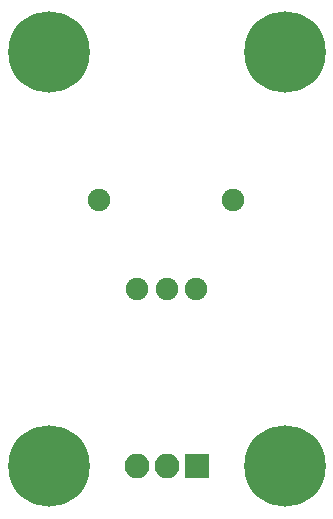
<source format=gbr>
G04 #@! TF.FileFunction,Soldermask,Top*
%FSLAX46Y46*%
G04 Gerber Fmt 4.6, Leading zero omitted, Abs format (unit mm)*
G04 Created by KiCad (PCBNEW 4.0.7) date 07/03/18 20:11:16*
%MOMM*%
%LPD*%
G01*
G04 APERTURE LIST*
%ADD10C,0.100000*%
%ADD11R,2.100000X2.100000*%
%ADD12O,2.100000X2.100000*%
%ADD13C,6.900000*%
%ADD14C,1.900000*%
G04 APERTURE END LIST*
D10*
D11*
X137540000Y-110000000D03*
D12*
X135000000Y-110000000D03*
X132460000Y-110000000D03*
D13*
X125000000Y-75000000D03*
X145000000Y-75000000D03*
X125000000Y-110000000D03*
X145000000Y-110000000D03*
D14*
X132500000Y-95000000D03*
X135000000Y-95000000D03*
X137500000Y-95000000D03*
X129300000Y-87500000D03*
X140600000Y-87500000D03*
M02*

</source>
